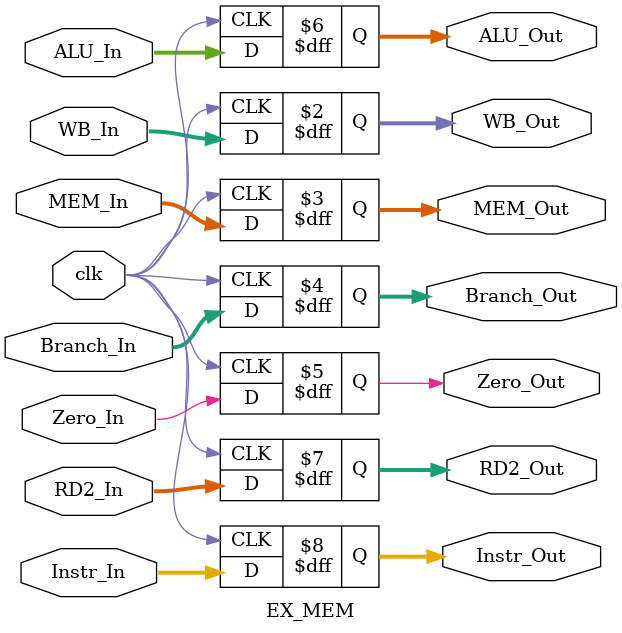
<source format=v>
`timescale 1ns / 1ps


module EX_MEM (clk, WB_In, MEM_In, Branch_In, Zero_In, ALU_In, RD2_In, Instr_In, WB_Out, MEM_Out, Branch_Out, Zero_Out, ALU_Out, RD2_Out, Instr_Out);

input clk;
input [1:0] WB_In;
input [2:0] MEM_In;
input [31:0] Branch_In;
input Zero_In;
input [31:0] ALU_In;
input [31:0] RD2_In;
input [4:0] Instr_In;

output reg [1:0] WB_Out;
output reg [2:0] MEM_Out;
output reg [31:0] Branch_Out;
output reg Zero_Out;
output reg [31:0] ALU_Out;
output reg [31:0] RD2_Out;
output reg [4:0] Instr_Out;

always @(posedge clk) begin
	WB_Out = WB_In;
	MEM_Out = MEM_In;
	Branch_Out = Branch_In;
	Zero_Out = Zero_In;
	ALU_Out = ALU_In;
	RD2_Out = RD2_In;
	Instr_Out = Instr_In;
end

endmodule

</source>
